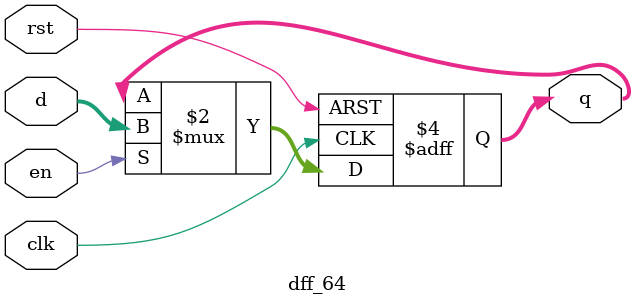
<source format=v>

/* 64 Bit D Flip Flop

	Inputs:
	clk = clock
	rst = asynchronous reset
	en = enable
	d = data in (64)
	
	Output:
	q = data out (64)

*/

module dff_64(clk, rst, en, d, q);

	input clk, rst, en;
	input [63:0] d;
	output reg [63:0] q;
	
	always @(posedge clk or posedge rst) begin
	
		if (rst) q <= 64'b0;
		else if (en) q <= d;
	
	end

endmodule 
</source>
